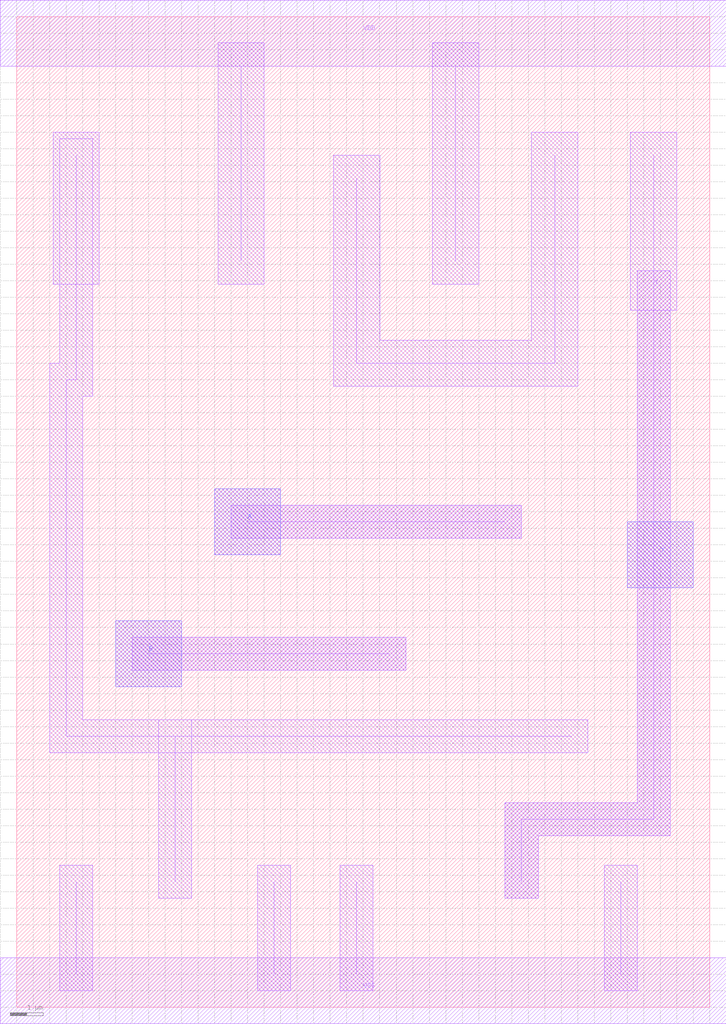
<source format=lef>
VERSION 5.5 ;
NAMESCASESENSITIVE ON ;
BUSBITCHARS "[]" ;
DIVIDERCHAR "/" ;

MACRO exor
  CLASS CORE ;
  SOURCE USER ;
  ORIGIN 0 0 ;
  SIZE 21.000 BY 30.000 ;
  SYMMETRY X Y ;
  SITE unit ;
 
  PIN A
    USE SIGNAL ;
    PORT
      LAYER ML1 ;
        WIDTH 1.000  ;
        PATH 7.000 14.700 14.800 14.700  ;
    END
    PORT
      LAYER ML1 ;
        POLYGON 6.000 13.700  6.000 15.700  8.000 15.700  8.000 13.700  6.000 
        13.700  ;
    END
    PORT
      LAYER ML2 ;
        POLYGON 6.000 13.700  6.000 15.700  8.000 15.700  8.000 13.700  6.000 
        13.700  ;
    END
  END A
  PIN B
    USE SIGNAL ;
    PORT
      LAYER ML1 ;
        WIDTH 1.000  ;
        PATH 4.000 10.700 11.300 10.700  ;
    END
    PORT
      LAYER ML1 ;
        POLYGON 3.000 9.700  3.000 11.700  5.000 11.700  5.000 9.700  3.000 
        9.700  ;
    END
    PORT
      LAYER ML2 ;
        POLYGON 3.000 9.700  3.000 11.700  5.000 11.700  5.000 9.700  3.000 
        9.700  ;
    END
  END B
  PIN VDD
    USE POWER ;
    PORT
      LAYER ML1 ;
        RECT -0.500 28.500  21.500 30.500  ;
    END
  END VDD
  PIN VSS
    USE GROUND ;
    PORT
      LAYER ML1 ;
        RECT -0.500 -0.500  21.500 1.500  ;
    END
  END VSS
  PIN Y
    USE SIGNAL ;
    PORT
      LAYER ML1 ;
        WIDTH 1.000  ;
        PATH 19.300 21.800 19.300 5.700 15.300 5.700 15.300 3.800  ;
    END
    PORT
      LAYER ML2 ;
        POLYGON 18.500 12.700  18.500 14.700  20.500 14.700  20.500 12.700  
        18.500 12.700  ;
    END
    PORT
      LAYER ML1 ;
        POLYGON 18.500 12.700  18.500 14.700  20.500 14.700  20.500 12.700  
        18.500 12.700  ;
    END
  END Y
  OBS

    LAYER ML1 ;
      WIDTH 1.400  ;
      PATH 1.800 22.600 1.800 25.800  ;
      WIDTH 1.000  ;
      PATH 1.800 1.000 1.800 3.800  ;
      WIDTH 1.000  ;
      PATH 4.800 8.200 4.800 3.800  ;
      WIDTH 1.400  ;
      PATH 6.800 22.600 6.800 28.500  ;
      WIDTH 1.000  ;
      PATH 4.000 10.700 11.300 10.700  ;
      WIDTH 1.000  ;
      PATH 7.800 1.000 7.800 3.800  ;
      WIDTH 1.000  ;
      PATH 1.800 25.800 1.800 19.000 1.500 19.000 1.500 8.200 16.800 8.200  ;
      WIDTH 1.000  ;
      PATH 10.300 1.000 10.300 3.800  ;

      WIDTH 1.000  ;
      PATH 7.000 14.700 14.800 14.700  ;
      WIDTH 1.400  ;
      PATH 13.300 22.600 13.300 28.500  ;
      WIDTH 1.400  ;
      PATH 16.300 25.800 16.300 19.500 10.300 19.500 10.300 25.100  ;
      WIDTH 1.000  ;
      PATH 19.300 21.800 19.300 5.700 15.300 5.700 15.300 3.800  ;
      WIDTH 1.000  ;
      PATH 18.300 1.000 18.300 3.800  ;
      WIDTH 1.400  ;
      PATH 19.300 21.800 19.300 25.800  ;

    VIA 1.800 23.800  dcont ;
    VIA 1.800 21.800  dcont ;
    VIA 1.800 3.800  dcont ;
    VIA 1.800 25.800  dcont ;
    VIA 4.800 3.800  dcont ;
    VIA 6.800 23.800  dcont ;
    VIA 6.800 21.800  dcont ;
    VIA 6.800 25.800  dcont ;
    VIA 7.800 3.800  dcont ;
    VIA 10.300 21.800  dcont ;
    VIA 10.300 23.800  dcont ;
    VIA 10.300 25.800  dcont ;
    VIA 10.300 3.800  dcont ;
    VIA 13.300 21.800  dcont ;
    VIA 13.300 23.800  dcont ;
    VIA 13.300 25.800  dcont ;
    VIA 15.300 3.800  dcont ;
    VIA 16.300 21.800  dcont ;
    VIA 16.300 25.800  dcont ;
    VIA 16.300 23.800  dcont ;
    VIA 18.300 3.800  dcont ;
    VIA 19.300 23.800  dcont ;
    VIA 19.300 21.800  dcont ;
    VIA 19.300 25.800  dcont ;
    VIA 7.000 14.700  pcont ;
    VIA 10.200 29.500  nsubcont ;
    VIA 17.000 8.200  pcont ;
    VIA 14.300 14.700  pcont ;
    VIA 4.000 10.700  pcont ;
    VIA 11.300 10.700  pcont ;
    VIA 10.200 0.500  psubcont ;
  END
END exor

MACRO dcont
  CLASS CORE ;
  OBS
    LAYER ML1 ;
      RECT -1.000 -1.000  1.000 1.000  ;
  END
END dcont

MACRO pcont
  CLASS CORE ;
  OBS
    LAYER ML1 ;
      RECT -1.000 -1.000  1.000 1.000  ;
  END
END pcont

MACRO nsubcont
  CLASS CORE ;
  OBS
    LAYER ML1 ;
      RECT -1.000 -1.000  1.000 1.000  ;
  END
END nsubcont

MACRO psubcont
  CLASS CORE ;
  OBS
    LAYER ML1 ;
      RECT -1.000 -1.000  1.000 1.000  ;
  END
END psubcont


END LIBRARY

</source>
